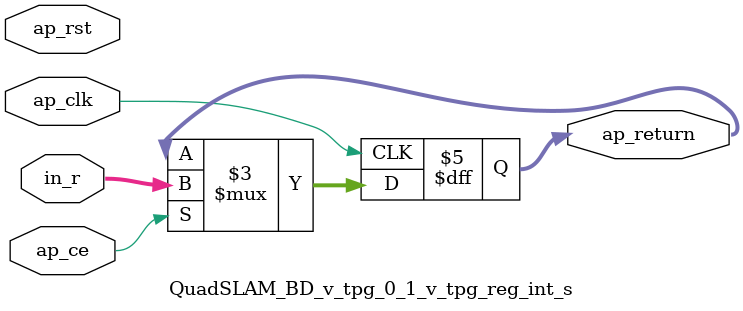
<source format=v>

`timescale 1 ns / 1 ps 

module QuadSLAM_BD_v_tpg_0_1_v_tpg_reg_int_s (
        ap_clk,
        ap_rst,
        in_r,
        ap_return,
        ap_ce
);


input   ap_clk;
input   ap_rst;
input  [30:0] in_r;
output  [30:0] ap_return;
input   ap_ce;

reg[30:0] ap_return;

always @ (posedge ap_clk) begin
    if ((1'b1 == ap_ce)) begin
        ap_return <= in_r;
    end
end

endmodule //QuadSLAM_BD_v_tpg_0_1_v_tpg_reg_int_s

</source>
